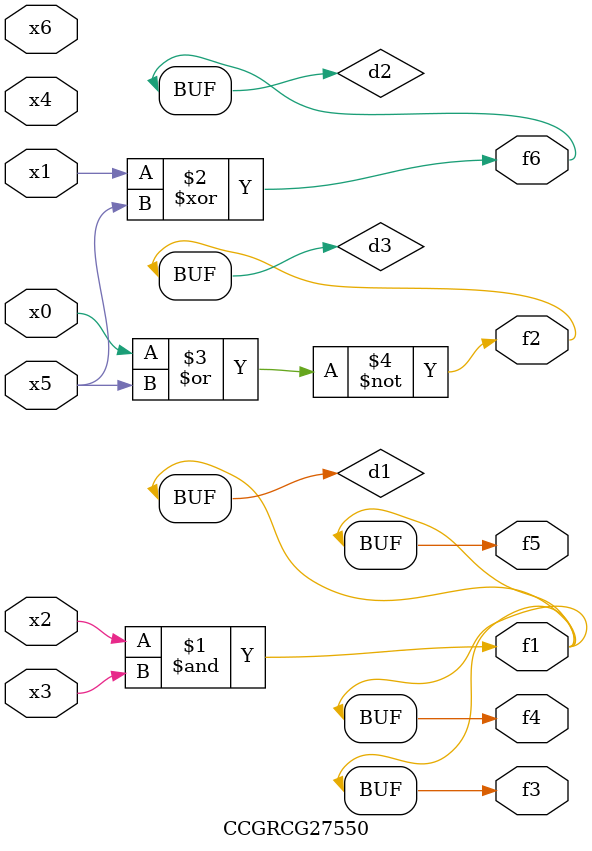
<source format=v>
module CCGRCG27550(
	input x0, x1, x2, x3, x4, x5, x6,
	output f1, f2, f3, f4, f5, f6
);

	wire d1, d2, d3;

	and (d1, x2, x3);
	xor (d2, x1, x5);
	nor (d3, x0, x5);
	assign f1 = d1;
	assign f2 = d3;
	assign f3 = d1;
	assign f4 = d1;
	assign f5 = d1;
	assign f6 = d2;
endmodule

</source>
